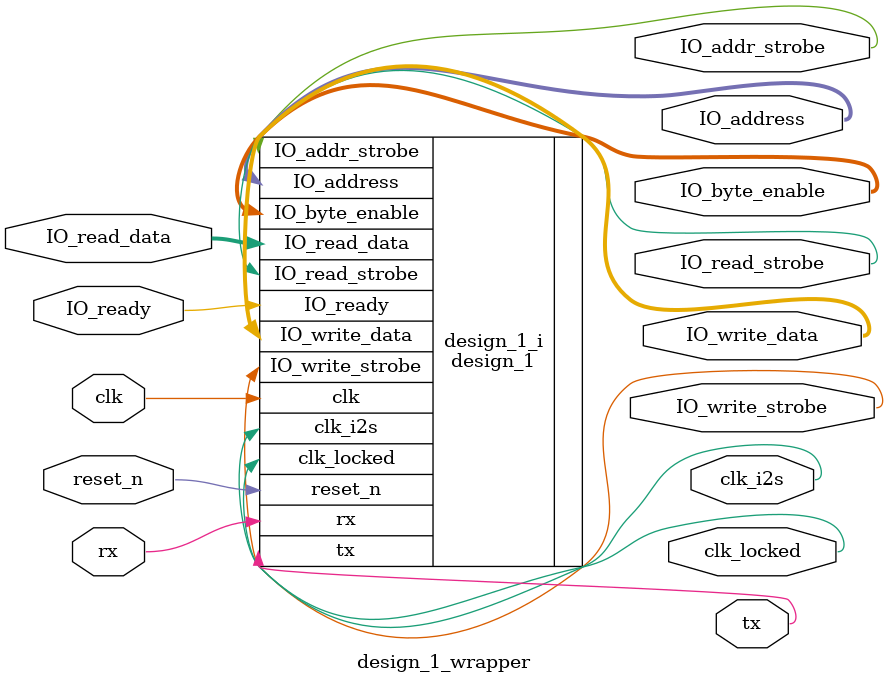
<source format=v>
`timescale 1 ps / 1 ps

module design_1_wrapper
   (IO_addr_strobe,
    IO_address,
    IO_byte_enable,
    IO_read_data,
    IO_read_strobe,
    IO_ready,
    IO_write_data,
    IO_write_strobe,
    clk,
    clk_i2s,
    clk_locked,
    reset_n,
    rx,
    tx);
  output IO_addr_strobe;
  output [31:0]IO_address;
  output [3:0]IO_byte_enable;
  input [31:0]IO_read_data;
  output IO_read_strobe;
  input IO_ready;
  output [31:0]IO_write_data;
  output IO_write_strobe;
  input clk;
  output clk_i2s;
  output clk_locked;
  input reset_n;
  input rx;
  output tx;

  wire IO_addr_strobe;
  wire [31:0]IO_address;
  wire [3:0]IO_byte_enable;
  wire [31:0]IO_read_data;
  wire IO_read_strobe;
  wire IO_ready;
  wire [31:0]IO_write_data;
  wire IO_write_strobe;
  wire clk;
  wire clk_i2s;
  wire clk_locked;
  wire reset_n;
  wire rx;
  wire tx;

  design_1 design_1_i
       (.IO_addr_strobe(IO_addr_strobe),
        .IO_address(IO_address),
        .IO_byte_enable(IO_byte_enable),
        .IO_read_data(IO_read_data),
        .IO_read_strobe(IO_read_strobe),
        .IO_ready(IO_ready),
        .IO_write_data(IO_write_data),
        .IO_write_strobe(IO_write_strobe),
        .clk(clk),
        .clk_i2s(clk_i2s),
        .clk_locked(clk_locked),
        .reset_n(reset_n),
        .rx(rx),
        .tx(tx));
endmodule

</source>
